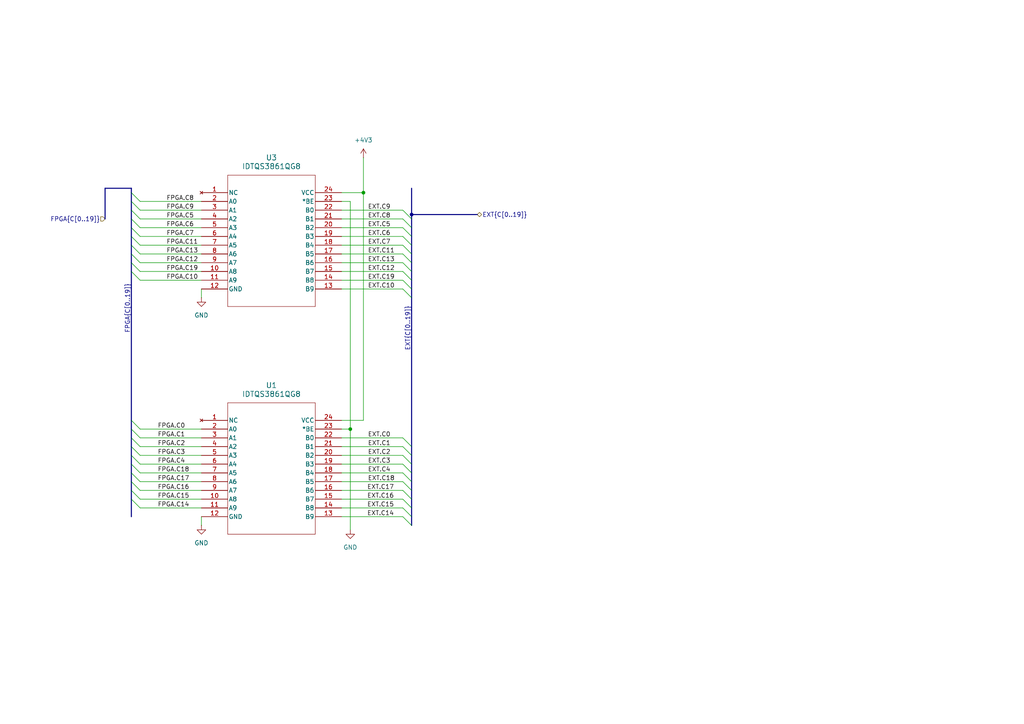
<source format=kicad_sch>
(kicad_sch
	(version 20250114)
	(generator "eeschema")
	(generator_version "9.0")
	(uuid "a165cb03-867d-4874-8a26-ee3c8dab0d11")
	(paper "A4")
	(lib_symbols
		(symbol "power:GND"
			(power)
			(pin_numbers
				(hide yes)
			)
			(pin_names
				(offset 0)
				(hide yes)
			)
			(exclude_from_sim no)
			(in_bom yes)
			(on_board yes)
			(property "Reference" "#PWR"
				(at 0 -6.35 0)
				(effects
					(font
						(size 1.27 1.27)
					)
					(hide yes)
				)
			)
			(property "Value" "GND"
				(at 0 -3.81 0)
				(effects
					(font
						(size 1.27 1.27)
					)
				)
			)
			(property "Footprint" ""
				(at 0 0 0)
				(effects
					(font
						(size 1.27 1.27)
					)
					(hide yes)
				)
			)
			(property "Datasheet" ""
				(at 0 0 0)
				(effects
					(font
						(size 1.27 1.27)
					)
					(hide yes)
				)
			)
			(property "Description" "Power symbol creates a global label with name \"GND\" , ground"
				(at 0 0 0)
				(effects
					(font
						(size 1.27 1.27)
					)
					(hide yes)
				)
			)
			(property "ki_keywords" "global power"
				(at 0 0 0)
				(effects
					(font
						(size 1.27 1.27)
					)
					(hide yes)
				)
			)
			(symbol "GND_0_1"
				(polyline
					(pts
						(xy 0 0) (xy 0 -1.27) (xy 1.27 -1.27) (xy 0 -2.54) (xy -1.27 -1.27) (xy 0 -1.27)
					)
					(stroke
						(width 0)
						(type default)
					)
					(fill
						(type none)
					)
				)
			)
			(symbol "GND_1_1"
				(pin power_in line
					(at 0 0 270)
					(length 0)
					(name "~"
						(effects
							(font
								(size 1.27 1.27)
							)
						)
					)
					(number "1"
						(effects
							(font
								(size 1.27 1.27)
							)
						)
					)
				)
			)
			(embedded_fonts no)
		)
		(symbol "power:VCC"
			(power)
			(pin_numbers
				(hide yes)
			)
			(pin_names
				(offset 0)
				(hide yes)
			)
			(exclude_from_sim no)
			(in_bom yes)
			(on_board yes)
			(property "Reference" "#PWR"
				(at 0 -3.81 0)
				(effects
					(font
						(size 1.27 1.27)
					)
					(hide yes)
				)
			)
			(property "Value" "VCC"
				(at 0 3.556 0)
				(effects
					(font
						(size 1.27 1.27)
					)
				)
			)
			(property "Footprint" ""
				(at 0 0 0)
				(effects
					(font
						(size 1.27 1.27)
					)
					(hide yes)
				)
			)
			(property "Datasheet" ""
				(at 0 0 0)
				(effects
					(font
						(size 1.27 1.27)
					)
					(hide yes)
				)
			)
			(property "Description" "Power symbol creates a global label with name \"VCC\""
				(at 0 0 0)
				(effects
					(font
						(size 1.27 1.27)
					)
					(hide yes)
				)
			)
			(property "ki_keywords" "global power"
				(at 0 0 0)
				(effects
					(font
						(size 1.27 1.27)
					)
					(hide yes)
				)
			)
			(symbol "VCC_0_1"
				(polyline
					(pts
						(xy -0.762 1.27) (xy 0 2.54)
					)
					(stroke
						(width 0)
						(type default)
					)
					(fill
						(type none)
					)
				)
				(polyline
					(pts
						(xy 0 2.54) (xy 0.762 1.27)
					)
					(stroke
						(width 0)
						(type default)
					)
					(fill
						(type none)
					)
				)
				(polyline
					(pts
						(xy 0 0) (xy 0 2.54)
					)
					(stroke
						(width 0)
						(type default)
					)
					(fill
						(type none)
					)
				)
			)
			(symbol "VCC_1_1"
				(pin power_in line
					(at 0 0 90)
					(length 0)
					(name "~"
						(effects
							(font
								(size 1.27 1.27)
							)
						)
					)
					(number "1"
						(effects
							(font
								(size 1.27 1.27)
							)
						)
					)
				)
			)
			(embedded_fonts no)
		)
		(symbol "qs3384:IDTQS3861QG8"
			(pin_names
				(offset 0.254)
			)
			(exclude_from_sim no)
			(in_bom yes)
			(on_board yes)
			(property "Reference" "U"
				(at 20.32 10.16 0)
				(effects
					(font
						(size 1.524 1.524)
					)
				)
			)
			(property "Value" "IDTQS3861QG8"
				(at 20.32 7.62 0)
				(effects
					(font
						(size 1.524 1.524)
					)
				)
			)
			(property "Footprint" "QSOP24_SSOP24_REN"
				(at 0 0 0)
				(effects
					(font
						(size 1.27 1.27)
						(italic yes)
					)
					(hide yes)
				)
			)
			(property "Datasheet" "IDTQS3861QG8"
				(at 0 0 0)
				(effects
					(font
						(size 1.27 1.27)
						(italic yes)
					)
					(hide yes)
				)
			)
			(property "Description" ""
				(at 0 0 0)
				(effects
					(font
						(size 1.27 1.27)
					)
					(hide yes)
				)
			)
			(property "ki_locked" ""
				(at 0 0 0)
				(effects
					(font
						(size 1.27 1.27)
					)
				)
			)
			(property "ki_keywords" "IDTQS3861QG8"
				(at 0 0 0)
				(effects
					(font
						(size 1.27 1.27)
					)
					(hide yes)
				)
			)
			(property "ki_fp_filters" "QSOP24_SSOP24_REN"
				(at 0 0 0)
				(effects
					(font
						(size 1.27 1.27)
					)
					(hide yes)
				)
			)
			(symbol "IDTQS3861QG8_0_1"
				(polyline
					(pts
						(xy 7.62 5.08) (xy 7.62 -33.02)
					)
					(stroke
						(width 0.127)
						(type default)
					)
					(fill
						(type none)
					)
				)
				(polyline
					(pts
						(xy 7.62 -33.02) (xy 33.02 -33.02)
					)
					(stroke
						(width 0.127)
						(type default)
					)
					(fill
						(type none)
					)
				)
				(polyline
					(pts
						(xy 33.02 5.08) (xy 7.62 5.08)
					)
					(stroke
						(width 0.127)
						(type default)
					)
					(fill
						(type none)
					)
				)
				(polyline
					(pts
						(xy 33.02 -33.02) (xy 33.02 5.08)
					)
					(stroke
						(width 0.127)
						(type default)
					)
					(fill
						(type none)
					)
				)
				(pin no_connect line
					(at 0 0 0)
					(length 7.62)
					(name "NC"
						(effects
							(font
								(size 1.27 1.27)
							)
						)
					)
					(number "1"
						(effects
							(font
								(size 1.27 1.27)
							)
						)
					)
				)
				(pin bidirectional line
					(at 0 -2.54 0)
					(length 7.62)
					(name "A0"
						(effects
							(font
								(size 1.27 1.27)
							)
						)
					)
					(number "2"
						(effects
							(font
								(size 1.27 1.27)
							)
						)
					)
				)
				(pin bidirectional line
					(at 0 -5.08 0)
					(length 7.62)
					(name "A1"
						(effects
							(font
								(size 1.27 1.27)
							)
						)
					)
					(number "3"
						(effects
							(font
								(size 1.27 1.27)
							)
						)
					)
				)
				(pin bidirectional line
					(at 0 -7.62 0)
					(length 7.62)
					(name "A2"
						(effects
							(font
								(size 1.27 1.27)
							)
						)
					)
					(number "4"
						(effects
							(font
								(size 1.27 1.27)
							)
						)
					)
				)
				(pin bidirectional line
					(at 0 -10.16 0)
					(length 7.62)
					(name "A3"
						(effects
							(font
								(size 1.27 1.27)
							)
						)
					)
					(number "5"
						(effects
							(font
								(size 1.27 1.27)
							)
						)
					)
				)
				(pin bidirectional line
					(at 0 -12.7 0)
					(length 7.62)
					(name "A4"
						(effects
							(font
								(size 1.27 1.27)
							)
						)
					)
					(number "6"
						(effects
							(font
								(size 1.27 1.27)
							)
						)
					)
				)
				(pin bidirectional line
					(at 0 -15.24 0)
					(length 7.62)
					(name "A5"
						(effects
							(font
								(size 1.27 1.27)
							)
						)
					)
					(number "7"
						(effects
							(font
								(size 1.27 1.27)
							)
						)
					)
				)
				(pin bidirectional line
					(at 0 -17.78 0)
					(length 7.62)
					(name "A6"
						(effects
							(font
								(size 1.27 1.27)
							)
						)
					)
					(number "8"
						(effects
							(font
								(size 1.27 1.27)
							)
						)
					)
				)
				(pin bidirectional line
					(at 0 -20.32 0)
					(length 7.62)
					(name "A7"
						(effects
							(font
								(size 1.27 1.27)
							)
						)
					)
					(number "9"
						(effects
							(font
								(size 1.27 1.27)
							)
						)
					)
				)
				(pin bidirectional line
					(at 0 -22.86 0)
					(length 7.62)
					(name "A8"
						(effects
							(font
								(size 1.27 1.27)
							)
						)
					)
					(number "10"
						(effects
							(font
								(size 1.27 1.27)
							)
						)
					)
				)
				(pin bidirectional line
					(at 0 -25.4 0)
					(length 7.62)
					(name "A9"
						(effects
							(font
								(size 1.27 1.27)
							)
						)
					)
					(number "11"
						(effects
							(font
								(size 1.27 1.27)
							)
						)
					)
				)
				(pin power_out line
					(at 0 -27.94 0)
					(length 7.62)
					(name "GND"
						(effects
							(font
								(size 1.27 1.27)
							)
						)
					)
					(number "12"
						(effects
							(font
								(size 1.27 1.27)
							)
						)
					)
				)
				(pin power_in line
					(at 40.64 0 180)
					(length 7.62)
					(name "VCC"
						(effects
							(font
								(size 1.27 1.27)
							)
						)
					)
					(number "24"
						(effects
							(font
								(size 1.27 1.27)
							)
						)
					)
				)
				(pin unspecified line
					(at 40.64 -2.54 180)
					(length 7.62)
					(name "*BE"
						(effects
							(font
								(size 1.27 1.27)
							)
						)
					)
					(number "23"
						(effects
							(font
								(size 1.27 1.27)
							)
						)
					)
				)
				(pin bidirectional line
					(at 40.64 -5.08 180)
					(length 7.62)
					(name "B0"
						(effects
							(font
								(size 1.27 1.27)
							)
						)
					)
					(number "22"
						(effects
							(font
								(size 1.27 1.27)
							)
						)
					)
				)
				(pin bidirectional line
					(at 40.64 -7.62 180)
					(length 7.62)
					(name "B1"
						(effects
							(font
								(size 1.27 1.27)
							)
						)
					)
					(number "21"
						(effects
							(font
								(size 1.27 1.27)
							)
						)
					)
				)
				(pin bidirectional line
					(at 40.64 -10.16 180)
					(length 7.62)
					(name "B2"
						(effects
							(font
								(size 1.27 1.27)
							)
						)
					)
					(number "20"
						(effects
							(font
								(size 1.27 1.27)
							)
						)
					)
				)
				(pin bidirectional line
					(at 40.64 -12.7 180)
					(length 7.62)
					(name "B3"
						(effects
							(font
								(size 1.27 1.27)
							)
						)
					)
					(number "19"
						(effects
							(font
								(size 1.27 1.27)
							)
						)
					)
				)
				(pin bidirectional line
					(at 40.64 -15.24 180)
					(length 7.62)
					(name "B4"
						(effects
							(font
								(size 1.27 1.27)
							)
						)
					)
					(number "18"
						(effects
							(font
								(size 1.27 1.27)
							)
						)
					)
				)
				(pin bidirectional line
					(at 40.64 -17.78 180)
					(length 7.62)
					(name "B5"
						(effects
							(font
								(size 1.27 1.27)
							)
						)
					)
					(number "17"
						(effects
							(font
								(size 1.27 1.27)
							)
						)
					)
				)
				(pin bidirectional line
					(at 40.64 -20.32 180)
					(length 7.62)
					(name "B6"
						(effects
							(font
								(size 1.27 1.27)
							)
						)
					)
					(number "16"
						(effects
							(font
								(size 1.27 1.27)
							)
						)
					)
				)
				(pin bidirectional line
					(at 40.64 -22.86 180)
					(length 7.62)
					(name "B7"
						(effects
							(font
								(size 1.27 1.27)
							)
						)
					)
					(number "15"
						(effects
							(font
								(size 1.27 1.27)
							)
						)
					)
				)
				(pin bidirectional line
					(at 40.64 -25.4 180)
					(length 7.62)
					(name "B8"
						(effects
							(font
								(size 1.27 1.27)
							)
						)
					)
					(number "14"
						(effects
							(font
								(size 1.27 1.27)
							)
						)
					)
				)
				(pin bidirectional line
					(at 40.64 -27.94 180)
					(length 7.62)
					(name "B9"
						(effects
							(font
								(size 1.27 1.27)
							)
						)
					)
					(number "13"
						(effects
							(font
								(size 1.27 1.27)
							)
						)
					)
				)
			)
			(embedded_fonts no)
		)
	)
	(junction
		(at 105.41 55.88)
		(diameter 0)
		(color 0 0 0 0)
		(uuid "4ce49a04-b627-4a3e-90c6-be6e7efad36e")
	)
	(junction
		(at 119.38 62.23)
		(diameter 0)
		(color 0 0 0 0)
		(uuid "cedac3ae-4d30-4c08-b56b-69f443d4eda1")
	)
	(junction
		(at 101.6 124.46)
		(diameter 0)
		(color 0 0 0 0)
		(uuid "fd5a394e-53db-4278-bf59-bd5ea084cf76")
	)
	(bus_entry
		(at 116.84 68.58)
		(size 2.54 2.54)
		(stroke
			(width 0)
			(type default)
		)
		(uuid "0080b120-b1c6-4285-9dab-c69e703adb55")
	)
	(bus_entry
		(at 116.84 137.16)
		(size 2.54 2.54)
		(stroke
			(width 0)
			(type default)
		)
		(uuid "04829601-a3e0-4d02-affd-934ae62ce191")
	)
	(bus_entry
		(at 38.1 142.24)
		(size 2.54 2.54)
		(stroke
			(width 0)
			(type default)
		)
		(uuid "135c2e46-4351-4387-b928-763661e3d6e8")
	)
	(bus_entry
		(at 116.84 129.54)
		(size 2.54 2.54)
		(stroke
			(width 0)
			(type default)
		)
		(uuid "17037508-c2c8-4a50-9195-3bc1cfed9f6d")
	)
	(bus_entry
		(at 116.84 81.28)
		(size 2.54 2.54)
		(stroke
			(width 0)
			(type default)
		)
		(uuid "18f6ded4-2965-4ca1-bfd7-ec5c060f3ac0")
	)
	(bus_entry
		(at 116.84 147.32)
		(size 2.54 2.54)
		(stroke
			(width 0)
			(type default)
		)
		(uuid "1aad9981-76eb-4d87-b50d-e9e4687ef468")
	)
	(bus_entry
		(at 38.1 132.08)
		(size 2.54 2.54)
		(stroke
			(width 0)
			(type default)
		)
		(uuid "1c4fc736-6883-4a2c-a872-f5fdd7f47963")
	)
	(bus_entry
		(at 116.84 60.96)
		(size 2.54 2.54)
		(stroke
			(width 0)
			(type default)
		)
		(uuid "2638446c-34c3-4527-9de3-82ab3eed3590")
	)
	(bus_entry
		(at 38.1 60.96)
		(size 2.54 2.54)
		(stroke
			(width 0)
			(type default)
		)
		(uuid "2dbefe60-6246-4f0c-9dde-765af026197b")
	)
	(bus_entry
		(at 116.84 78.74)
		(size 2.54 2.54)
		(stroke
			(width 0)
			(type default)
		)
		(uuid "30aa4d6d-0c44-4fde-b502-84451315cc50")
	)
	(bus_entry
		(at 38.1 76.2)
		(size 2.54 2.54)
		(stroke
			(width 0)
			(type default)
		)
		(uuid "34379ccb-fb9d-4fc8-935e-6a43451e732d")
	)
	(bus_entry
		(at 116.84 149.86)
		(size 2.54 2.54)
		(stroke
			(width 0)
			(type default)
		)
		(uuid "40031632-2b26-4b25-8f1c-41f7ac12ee7f")
	)
	(bus_entry
		(at 116.84 73.66)
		(size 2.54 2.54)
		(stroke
			(width 0)
			(type default)
		)
		(uuid "429639ef-f9dd-406b-9290-19c15de29f47")
	)
	(bus_entry
		(at 116.84 71.12)
		(size 2.54 2.54)
		(stroke
			(width 0)
			(type default)
		)
		(uuid "43210ec7-caff-4e81-959a-b5764ac7f81c")
	)
	(bus_entry
		(at 116.84 144.78)
		(size 2.54 2.54)
		(stroke
			(width 0)
			(type default)
		)
		(uuid "48cb67a3-77cd-48d2-bee2-fc4122be1ba3")
	)
	(bus_entry
		(at 116.84 66.04)
		(size 2.54 2.54)
		(stroke
			(width 0)
			(type default)
		)
		(uuid "4e5d6963-388d-4e2b-83bd-8a7dbd2c26eb")
	)
	(bus_entry
		(at 38.1 73.66)
		(size 2.54 2.54)
		(stroke
			(width 0)
			(type default)
		)
		(uuid "4f1594aa-ac06-4d53-b82b-bbab5a87bd27")
	)
	(bus_entry
		(at 38.1 137.16)
		(size 2.54 2.54)
		(stroke
			(width 0)
			(type default)
		)
		(uuid "57a8b802-eaee-4448-b754-42067ae70f2f")
	)
	(bus_entry
		(at 116.84 63.5)
		(size 2.54 2.54)
		(stroke
			(width 0)
			(type default)
		)
		(uuid "589c87ac-3de8-45c3-8926-b9a32fdc0c16")
	)
	(bus_entry
		(at 38.1 134.62)
		(size 2.54 2.54)
		(stroke
			(width 0)
			(type default)
		)
		(uuid "62426122-b2b5-48b8-b46f-a90ed5f6c907")
	)
	(bus_entry
		(at 116.84 142.24)
		(size 2.54 2.54)
		(stroke
			(width 0)
			(type default)
		)
		(uuid "69724173-0495-4808-b078-081f8578c170")
	)
	(bus_entry
		(at 38.1 55.88)
		(size 2.54 2.54)
		(stroke
			(width 0)
			(type default)
		)
		(uuid "7838663a-47bb-423a-b833-123342e2fbd6")
	)
	(bus_entry
		(at 116.84 139.7)
		(size 2.54 2.54)
		(stroke
			(width 0)
			(type default)
		)
		(uuid "7edfe9ce-71f7-4245-aaac-a360b6e674ff")
	)
	(bus_entry
		(at 38.1 144.78)
		(size 2.54 2.54)
		(stroke
			(width 0)
			(type default)
		)
		(uuid "863f88c4-c9ee-4813-afbc-1813d91de240")
	)
	(bus_entry
		(at 38.1 71.12)
		(size 2.54 2.54)
		(stroke
			(width 0)
			(type default)
		)
		(uuid "88c7330e-d0df-4ef0-8d61-3b2940e0cdee")
	)
	(bus_entry
		(at 116.84 134.62)
		(size 2.54 2.54)
		(stroke
			(width 0)
			(type default)
		)
		(uuid "8dc1ed6e-b3b2-40bd-8afc-a18e4dce6d5a")
	)
	(bus_entry
		(at 38.1 129.54)
		(size 2.54 2.54)
		(stroke
			(width 0)
			(type default)
		)
		(uuid "945d2b00-41c1-4115-a98e-e2f1fd05d98c")
	)
	(bus_entry
		(at 116.84 83.82)
		(size 2.54 2.54)
		(stroke
			(width 0)
			(type default)
		)
		(uuid "95ad27f3-544d-465e-9432-8c5e7fd7408d")
	)
	(bus_entry
		(at 38.1 78.74)
		(size 2.54 2.54)
		(stroke
			(width 0)
			(type default)
		)
		(uuid "95d2d519-076e-4e7f-8864-0f9903a71e99")
	)
	(bus_entry
		(at 38.1 58.42)
		(size 2.54 2.54)
		(stroke
			(width 0)
			(type default)
		)
		(uuid "a1f0c898-a1a1-44ff-8cd8-23b3ffd3e422")
	)
	(bus_entry
		(at 38.1 68.58)
		(size 2.54 2.54)
		(stroke
			(width 0)
			(type default)
		)
		(uuid "abde2c60-ffbb-495a-8c76-123f35533427")
	)
	(bus_entry
		(at 38.1 66.04)
		(size 2.54 2.54)
		(stroke
			(width 0)
			(type default)
		)
		(uuid "ac61586b-674b-4509-9364-103802b75614")
	)
	(bus_entry
		(at 38.1 127)
		(size 2.54 2.54)
		(stroke
			(width 0)
			(type default)
		)
		(uuid "b132454d-d843-45bf-92cf-506ae4b8f2c8")
	)
	(bus_entry
		(at 116.84 76.2)
		(size 2.54 2.54)
		(stroke
			(width 0)
			(type default)
		)
		(uuid "b8e7e8be-78d5-44ad-bc29-2b80343545c6")
	)
	(bus_entry
		(at 116.84 127)
		(size 2.54 2.54)
		(stroke
			(width 0)
			(type default)
		)
		(uuid "b9914376-6578-4878-bf98-1652099527b7")
	)
	(bus_entry
		(at 38.1 139.7)
		(size 2.54 2.54)
		(stroke
			(width 0)
			(type default)
		)
		(uuid "bd7cede9-3535-4b8d-820b-b6dbbd3d5c78")
	)
	(bus_entry
		(at 38.1 63.5)
		(size 2.54 2.54)
		(stroke
			(width 0)
			(type default)
		)
		(uuid "cb8d9f7b-4ecf-4410-a313-07a1c56ca467")
	)
	(bus_entry
		(at 38.1 124.46)
		(size 2.54 2.54)
		(stroke
			(width 0)
			(type default)
		)
		(uuid "d1a49df1-530e-4809-8640-d85e0a097679")
	)
	(bus_entry
		(at 38.1 121.92)
		(size 2.54 2.54)
		(stroke
			(width 0)
			(type default)
		)
		(uuid "df41748d-cd0a-434f-bd35-ddff184ab262")
	)
	(bus_entry
		(at 116.84 132.08)
		(size 2.54 2.54)
		(stroke
			(width 0)
			(type default)
		)
		(uuid "f342901f-3c6f-47b6-a800-b38ee147f4b2")
	)
	(wire
		(pts
			(xy 99.06 142.24) (xy 116.84 142.24)
		)
		(stroke
			(width 0)
			(type default)
		)
		(uuid "0001c83c-de47-4939-91dc-cd5e4ab15bd1")
	)
	(bus
		(pts
			(xy 119.38 63.5) (xy 119.38 66.04)
		)
		(stroke
			(width 0)
			(type default)
		)
		(uuid "0115aa1b-04e2-4d17-b0ce-f27476f2ce89")
	)
	(bus
		(pts
			(xy 119.38 81.28) (xy 119.38 83.82)
		)
		(stroke
			(width 0)
			(type default)
		)
		(uuid "05610878-044e-49b8-a768-62c273413e8b")
	)
	(bus
		(pts
			(xy 119.38 132.08) (xy 119.38 134.62)
		)
		(stroke
			(width 0)
			(type default)
		)
		(uuid "07c8874d-7006-40db-9c0c-acdddac5863a")
	)
	(bus
		(pts
			(xy 38.1 54.61) (xy 38.1 55.88)
		)
		(stroke
			(width 0)
			(type default)
		)
		(uuid "0a2c0d45-448c-487f-80d8-fd4005c45a8f")
	)
	(bus
		(pts
			(xy 119.38 76.2) (xy 119.38 78.74)
		)
		(stroke
			(width 0)
			(type default)
		)
		(uuid "0b8d6f78-943c-4db2-a648-21a0ece39a69")
	)
	(wire
		(pts
			(xy 40.64 71.12) (xy 58.42 71.12)
		)
		(stroke
			(width 0)
			(type default)
		)
		(uuid "0d00804e-921f-43fa-ac12-e220d755e4c0")
	)
	(wire
		(pts
			(xy 99.06 121.92) (xy 105.41 121.92)
		)
		(stroke
			(width 0)
			(type default)
		)
		(uuid "0dbf8bc4-184a-4c21-9789-838cd2926b3f")
	)
	(bus
		(pts
			(xy 38.1 58.42) (xy 38.1 60.96)
		)
		(stroke
			(width 0)
			(type default)
		)
		(uuid "0f6d55a8-4710-4fb8-b071-a6ac715ff6da")
	)
	(bus
		(pts
			(xy 119.38 147.32) (xy 119.38 149.86)
		)
		(stroke
			(width 0)
			(type default)
		)
		(uuid "0fbaf815-fa05-483f-8987-74f32b8d81b2")
	)
	(bus
		(pts
			(xy 38.1 129.54) (xy 38.1 132.08)
		)
		(stroke
			(width 0)
			(type default)
		)
		(uuid "11bef8e3-0622-4763-b85c-30d8cf021ef2")
	)
	(wire
		(pts
			(xy 40.64 139.7) (xy 58.42 139.7)
		)
		(stroke
			(width 0)
			(type default)
		)
		(uuid "1463ca05-ecdb-4497-bf30-cbee1450f2bb")
	)
	(wire
		(pts
			(xy 40.64 58.42) (xy 58.42 58.42)
		)
		(stroke
			(width 0)
			(type default)
		)
		(uuid "15709d02-14c2-4c5d-a7c2-a5a73b617bda")
	)
	(wire
		(pts
			(xy 105.41 121.92) (xy 105.41 55.88)
		)
		(stroke
			(width 0)
			(type default)
		)
		(uuid "163ad935-0735-4b99-9c8c-e2cfad1ab838")
	)
	(wire
		(pts
			(xy 99.06 124.46) (xy 101.6 124.46)
		)
		(stroke
			(width 0)
			(type default)
		)
		(uuid "1646398b-b6bc-4941-b66c-86d77205509a")
	)
	(bus
		(pts
			(xy 38.1 124.46) (xy 38.1 127)
		)
		(stroke
			(width 0)
			(type default)
		)
		(uuid "17420a2f-2efc-4431-8753-a0e86f399e57")
	)
	(bus
		(pts
			(xy 119.38 142.24) (xy 119.38 144.78)
		)
		(stroke
			(width 0)
			(type default)
		)
		(uuid "1c5df980-44b5-4079-843d-1cef6cdaef0d")
	)
	(wire
		(pts
			(xy 40.64 81.28) (xy 58.42 81.28)
		)
		(stroke
			(width 0)
			(type default)
		)
		(uuid "1c6caf62-e787-4a56-9277-bd081cd175fb")
	)
	(wire
		(pts
			(xy 105.41 55.88) (xy 99.06 55.88)
		)
		(stroke
			(width 0)
			(type default)
		)
		(uuid "1cb1d1d0-5558-4e12-b957-4f5cc2dd9ddd")
	)
	(wire
		(pts
			(xy 40.64 76.2) (xy 58.42 76.2)
		)
		(stroke
			(width 0)
			(type default)
		)
		(uuid "1d4cf0a7-6af4-4c82-858a-269e324ae37f")
	)
	(wire
		(pts
			(xy 99.06 127) (xy 116.84 127)
		)
		(stroke
			(width 0)
			(type default)
		)
		(uuid "1f5fc52e-a3f8-4eff-a6fb-5bd0721950a5")
	)
	(bus
		(pts
			(xy 119.38 137.16) (xy 119.38 139.7)
		)
		(stroke
			(width 0)
			(type default)
		)
		(uuid "2132c44d-4f1c-4515-bcd5-ae532d0e6a98")
	)
	(bus
		(pts
			(xy 38.1 68.58) (xy 38.1 71.12)
		)
		(stroke
			(width 0)
			(type default)
		)
		(uuid "2151eb38-d922-456b-9eeb-7511f1fdd780")
	)
	(wire
		(pts
			(xy 99.06 71.12) (xy 116.84 71.12)
		)
		(stroke
			(width 0)
			(type default)
		)
		(uuid "236a0d81-2d54-43da-9f89-62c52ab54cb5")
	)
	(bus
		(pts
			(xy 119.38 129.54) (xy 119.38 132.08)
		)
		(stroke
			(width 0)
			(type default)
		)
		(uuid "2998c6f0-2d9b-4fe1-93bc-38c140728b1d")
	)
	(bus
		(pts
			(xy 119.38 68.58) (xy 119.38 71.12)
		)
		(stroke
			(width 0)
			(type default)
		)
		(uuid "2a8693e2-5989-4add-8284-059920589bae")
	)
	(wire
		(pts
			(xy 40.64 68.58) (xy 58.42 68.58)
		)
		(stroke
			(width 0)
			(type default)
		)
		(uuid "30a7d02a-b19f-4a0d-b230-343764510545")
	)
	(bus
		(pts
			(xy 38.1 139.7) (xy 38.1 142.24)
		)
		(stroke
			(width 0)
			(type default)
		)
		(uuid "37d150d5-6f4e-4f80-a96c-25e8a47fdece")
	)
	(wire
		(pts
			(xy 40.64 142.24) (xy 58.42 142.24)
		)
		(stroke
			(width 0)
			(type default)
		)
		(uuid "3a5410ef-993c-4850-bc67-d11b5f3c99b5")
	)
	(wire
		(pts
			(xy 99.06 60.96) (xy 116.84 60.96)
		)
		(stroke
			(width 0)
			(type default)
		)
		(uuid "3aa7e2c0-09d7-4e99-80b9-19e240a7e20d")
	)
	(wire
		(pts
			(xy 99.06 68.58) (xy 116.84 68.58)
		)
		(stroke
			(width 0)
			(type default)
		)
		(uuid "3b17b2cd-e6a5-4cde-aabc-26c16264dc05")
	)
	(wire
		(pts
			(xy 99.06 139.7) (xy 116.84 139.7)
		)
		(stroke
			(width 0)
			(type default)
		)
		(uuid "3d495c34-ad27-446a-a9f1-6c709a06764f")
	)
	(bus
		(pts
			(xy 119.38 73.66) (xy 119.38 76.2)
		)
		(stroke
			(width 0)
			(type default)
		)
		(uuid "41c4f6a8-9f66-4912-8e67-c734e0f6c010")
	)
	(wire
		(pts
			(xy 99.06 78.74) (xy 116.84 78.74)
		)
		(stroke
			(width 0)
			(type default)
		)
		(uuid "4326a859-4803-41c2-8d31-1cdc4ccc915c")
	)
	(wire
		(pts
			(xy 99.06 134.62) (xy 116.84 134.62)
		)
		(stroke
			(width 0)
			(type default)
		)
		(uuid "49de6326-65db-4d89-a506-04b5b37d051e")
	)
	(wire
		(pts
			(xy 99.06 58.42) (xy 101.6 58.42)
		)
		(stroke
			(width 0)
			(type default)
		)
		(uuid "503fa818-b5b8-4933-b06e-ef4acef40f67")
	)
	(bus
		(pts
			(xy 119.38 71.12) (xy 119.38 73.66)
		)
		(stroke
			(width 0)
			(type default)
		)
		(uuid "53623328-4743-4888-9643-b8e97b7e4422")
	)
	(bus
		(pts
			(xy 119.38 144.78) (xy 119.38 147.32)
		)
		(stroke
			(width 0)
			(type default)
		)
		(uuid "582573a6-26fb-45cb-bdb8-99eeb5458a50")
	)
	(wire
		(pts
			(xy 40.64 144.78) (xy 58.42 144.78)
		)
		(stroke
			(width 0)
			(type default)
		)
		(uuid "58438e81-af88-4593-b0e0-0862db2c2a7a")
	)
	(wire
		(pts
			(xy 58.42 149.86) (xy 58.42 152.4)
		)
		(stroke
			(width 0)
			(type default)
		)
		(uuid "5854f3e8-63b4-4178-aadb-0639e79d8e7c")
	)
	(bus
		(pts
			(xy 119.38 83.82) (xy 119.38 86.36)
		)
		(stroke
			(width 0)
			(type default)
		)
		(uuid "5b97e3b2-51ac-4029-93c9-d0979cf95c8b")
	)
	(bus
		(pts
			(xy 119.38 54.61) (xy 119.38 62.23)
		)
		(stroke
			(width 0)
			(type default)
		)
		(uuid "5d573f35-5b1b-46e8-ae2b-661dda033386")
	)
	(wire
		(pts
			(xy 40.64 60.96) (xy 58.42 60.96)
		)
		(stroke
			(width 0)
			(type default)
		)
		(uuid "5f132e62-2430-4161-836f-e51321c3cde8")
	)
	(wire
		(pts
			(xy 58.42 83.82) (xy 58.42 86.36)
		)
		(stroke
			(width 0)
			(type default)
		)
		(uuid "6125be64-3b76-4e3f-a922-e56cf094e4a1")
	)
	(bus
		(pts
			(xy 38.1 132.08) (xy 38.1 134.62)
		)
		(stroke
			(width 0)
			(type default)
		)
		(uuid "61a7753b-ae4e-4d71-994d-b630dc2523bc")
	)
	(wire
		(pts
			(xy 40.64 132.08) (xy 58.42 132.08)
		)
		(stroke
			(width 0)
			(type default)
		)
		(uuid "633591bd-621e-4b47-ab50-752ab23dec0a")
	)
	(bus
		(pts
			(xy 119.38 78.74) (xy 119.38 81.28)
		)
		(stroke
			(width 0)
			(type default)
		)
		(uuid "6367b4ae-9781-41e9-83ea-58cd43a6fbe4")
	)
	(wire
		(pts
			(xy 99.06 76.2) (xy 116.84 76.2)
		)
		(stroke
			(width 0)
			(type default)
		)
		(uuid "68ae749c-f63d-4d7b-a487-937585da7561")
	)
	(wire
		(pts
			(xy 99.06 66.04) (xy 116.84 66.04)
		)
		(stroke
			(width 0)
			(type default)
		)
		(uuid "6df68138-8c22-4f2f-bdaa-f36f031c9f82")
	)
	(wire
		(pts
			(xy 40.64 78.74) (xy 58.42 78.74)
		)
		(stroke
			(width 0)
			(type default)
		)
		(uuid "701cef87-0537-4926-89b7-620a1d094fa1")
	)
	(wire
		(pts
			(xy 101.6 58.42) (xy 101.6 124.46)
		)
		(stroke
			(width 0)
			(type default)
		)
		(uuid "7aaef153-d535-41e0-bbcf-81e16bafd9ed")
	)
	(bus
		(pts
			(xy 38.1 60.96) (xy 38.1 63.5)
		)
		(stroke
			(width 0)
			(type default)
		)
		(uuid "7ab7d23c-a4bd-4518-abf1-3e8499f7fdb8")
	)
	(bus
		(pts
			(xy 38.1 71.12) (xy 38.1 73.66)
		)
		(stroke
			(width 0)
			(type default)
		)
		(uuid "7d2c5538-14b3-45ed-9ef4-7bf0739f020f")
	)
	(wire
		(pts
			(xy 40.64 137.16) (xy 58.42 137.16)
		)
		(stroke
			(width 0)
			(type default)
		)
		(uuid "7e406fa2-c21b-4b5b-b1e3-c2ec219d2e17")
	)
	(bus
		(pts
			(xy 38.1 55.88) (xy 38.1 58.42)
		)
		(stroke
			(width 0)
			(type default)
		)
		(uuid "83de1f2e-bdc0-4a7e-ab6b-4a98f3e61892")
	)
	(bus
		(pts
			(xy 38.1 78.74) (xy 38.1 121.92)
		)
		(stroke
			(width 0)
			(type default)
		)
		(uuid "840a16c7-0d46-47aa-8ba5-db5944e17769")
	)
	(bus
		(pts
			(xy 30.48 54.61) (xy 38.1 54.61)
		)
		(stroke
			(width 0)
			(type default)
		)
		(uuid "881c369d-77b8-4f17-acd8-9128f58c3243")
	)
	(wire
		(pts
			(xy 99.06 144.78) (xy 116.84 144.78)
		)
		(stroke
			(width 0)
			(type default)
		)
		(uuid "8a46cb11-d79b-420d-b555-f7079feb088b")
	)
	(bus
		(pts
			(xy 38.1 142.24) (xy 38.1 144.78)
		)
		(stroke
			(width 0)
			(type default)
		)
		(uuid "8c89be50-cb03-41cd-8942-3eb9d957f916")
	)
	(bus
		(pts
			(xy 38.1 76.2) (xy 38.1 78.74)
		)
		(stroke
			(width 0)
			(type default)
		)
		(uuid "8d0890a5-b110-4496-96ae-0d08b56b7a1d")
	)
	(wire
		(pts
			(xy 99.06 147.32) (xy 116.84 147.32)
		)
		(stroke
			(width 0)
			(type default)
		)
		(uuid "8dfc7313-9c75-446c-858c-a0cfc805948b")
	)
	(bus
		(pts
			(xy 38.1 127) (xy 38.1 129.54)
		)
		(stroke
			(width 0)
			(type default)
		)
		(uuid "92e35838-2168-41a5-9ca9-9f620341ea19")
	)
	(wire
		(pts
			(xy 101.6 124.46) (xy 101.6 153.67)
		)
		(stroke
			(width 0)
			(type default)
		)
		(uuid "99b002e3-e67c-4014-997c-4f2c7520ad52")
	)
	(wire
		(pts
			(xy 99.06 129.54) (xy 116.84 129.54)
		)
		(stroke
			(width 0)
			(type default)
		)
		(uuid "9ae64cf7-7ec9-4fcd-8743-c81a7040b491")
	)
	(wire
		(pts
			(xy 40.64 124.46) (xy 58.42 124.46)
		)
		(stroke
			(width 0)
			(type default)
		)
		(uuid "9bfcbe62-9ea2-4905-b0f5-bb2ae2b85de5")
	)
	(wire
		(pts
			(xy 99.06 132.08) (xy 116.84 132.08)
		)
		(stroke
			(width 0)
			(type default)
		)
		(uuid "9eb6a8f2-e904-40f9-9016-b352e989e270")
	)
	(wire
		(pts
			(xy 40.64 127) (xy 58.42 127)
		)
		(stroke
			(width 0)
			(type default)
		)
		(uuid "9f1be7bd-27f5-4202-9762-709a6d02b94f")
	)
	(bus
		(pts
			(xy 38.1 134.62) (xy 38.1 137.16)
		)
		(stroke
			(width 0)
			(type default)
		)
		(uuid "a0340e41-baf6-48ca-8935-71ffc82793a3")
	)
	(wire
		(pts
			(xy 99.06 73.66) (xy 116.84 73.66)
		)
		(stroke
			(width 0)
			(type default)
		)
		(uuid "a0f045d6-3afa-47cd-98df-de260f81eed1")
	)
	(wire
		(pts
			(xy 105.41 45.72) (xy 105.41 55.88)
		)
		(stroke
			(width 0)
			(type default)
		)
		(uuid "a70f768c-39d8-4c19-b7a4-4dc120b97520")
	)
	(bus
		(pts
			(xy 119.38 62.23) (xy 119.38 63.5)
		)
		(stroke
			(width 0)
			(type default)
		)
		(uuid "abfdfb1b-3648-4bb8-ba1b-e37335bf44f1")
	)
	(wire
		(pts
			(xy 40.64 73.66) (xy 58.42 73.66)
		)
		(stroke
			(width 0)
			(type default)
		)
		(uuid "b27bc582-19d8-4ba1-b417-702bcd5473f9")
	)
	(bus
		(pts
			(xy 119.38 66.04) (xy 119.38 68.58)
		)
		(stroke
			(width 0)
			(type default)
		)
		(uuid "b7d8c110-a631-4aa7-8591-f1d465ba7582")
	)
	(wire
		(pts
			(xy 40.64 134.62) (xy 58.42 134.62)
		)
		(stroke
			(width 0)
			(type default)
		)
		(uuid "b9668e03-abb4-4319-83cf-d60860bbd288")
	)
	(bus
		(pts
			(xy 38.1 137.16) (xy 38.1 139.7)
		)
		(stroke
			(width 0)
			(type default)
		)
		(uuid "ba7ceaa5-66eb-46c6-888f-f7d491f8bfdc")
	)
	(wire
		(pts
			(xy 99.06 83.82) (xy 116.84 83.82)
		)
		(stroke
			(width 0)
			(type default)
		)
		(uuid "c3bd2149-b34b-4218-8023-8711fb8aa528")
	)
	(bus
		(pts
			(xy 119.38 62.23) (xy 138.43 62.23)
		)
		(stroke
			(width 0)
			(type default)
		)
		(uuid "c5e97308-7158-4dd5-938e-226842110644")
	)
	(bus
		(pts
			(xy 119.38 134.62) (xy 119.38 137.16)
		)
		(stroke
			(width 0)
			(type default)
		)
		(uuid "d05bebee-d984-43d4-b8b3-1ed2f7742a3f")
	)
	(bus
		(pts
			(xy 38.1 144.78) (xy 38.1 149.86)
		)
		(stroke
			(width 0)
			(type default)
		)
		(uuid "d43cdeea-053e-4e1f-ad68-c0e4aa231dd7")
	)
	(bus
		(pts
			(xy 38.1 66.04) (xy 38.1 68.58)
		)
		(stroke
			(width 0)
			(type default)
		)
		(uuid "da633e9b-5174-4e06-8785-df6b2d991569")
	)
	(wire
		(pts
			(xy 40.64 63.5) (xy 58.42 63.5)
		)
		(stroke
			(width 0)
			(type default)
		)
		(uuid "daaf43da-fc77-480c-9a10-22ec15e1e48b")
	)
	(wire
		(pts
			(xy 99.06 137.16) (xy 116.84 137.16)
		)
		(stroke
			(width 0)
			(type default)
		)
		(uuid "dd774257-6ca6-4def-90c7-7e5137c365d2")
	)
	(bus
		(pts
			(xy 38.1 73.66) (xy 38.1 76.2)
		)
		(stroke
			(width 0)
			(type default)
		)
		(uuid "dd777ef4-c5f4-4c6e-93f6-03bb2b3903a3")
	)
	(wire
		(pts
			(xy 40.64 147.32) (xy 58.42 147.32)
		)
		(stroke
			(width 0)
			(type default)
		)
		(uuid "e45a21be-a701-44aa-866f-bacd8f8295e9")
	)
	(bus
		(pts
			(xy 38.1 63.5) (xy 38.1 66.04)
		)
		(stroke
			(width 0)
			(type default)
		)
		(uuid "e5dd2e1f-2a6d-47b0-ae14-04ef8599fc60")
	)
	(bus
		(pts
			(xy 119.38 149.86) (xy 119.38 152.4)
		)
		(stroke
			(width 0)
			(type default)
		)
		(uuid "e7f8f87b-0439-4aac-8c58-cdf2b3b6f45f")
	)
	(wire
		(pts
			(xy 99.06 149.86) (xy 116.84 149.86)
		)
		(stroke
			(width 0)
			(type default)
		)
		(uuid "ebe35c8c-02fd-401e-b8f8-e58bc3aa3395")
	)
	(bus
		(pts
			(xy 38.1 121.92) (xy 38.1 124.46)
		)
		(stroke
			(width 0)
			(type default)
		)
		(uuid "edee13ad-1a50-4366-8a3d-261dce7120a7")
	)
	(bus
		(pts
			(xy 119.38 139.7) (xy 119.38 142.24)
		)
		(stroke
			(width 0)
			(type default)
		)
		(uuid "f0538dc1-0210-409f-a4d0-2173087f932d")
	)
	(bus
		(pts
			(xy 30.48 63.5) (xy 30.48 54.61)
		)
		(stroke
			(width 0)
			(type default)
		)
		(uuid "f0ed3da4-424f-41f3-8c69-0d9bb437bb79")
	)
	(wire
		(pts
			(xy 99.06 63.5) (xy 116.84 63.5)
		)
		(stroke
			(width 0)
			(type default)
		)
		(uuid "f1741b8d-4fd6-4056-9350-98f8e00d37b7")
	)
	(bus
		(pts
			(xy 119.38 86.36) (xy 119.38 129.54)
		)
		(stroke
			(width 0)
			(type default)
		)
		(uuid "f84e65af-f55c-4bf1-be6f-ac32917cdf45")
	)
	(wire
		(pts
			(xy 40.64 129.54) (xy 58.42 129.54)
		)
		(stroke
			(width 0)
			(type default)
		)
		(uuid "fc87334a-db54-42ab-a9cc-18da79b900ec")
	)
	(wire
		(pts
			(xy 99.06 81.28) (xy 116.84 81.28)
		)
		(stroke
			(width 0)
			(type default)
		)
		(uuid "fcf6eaf9-6ed3-4bdd-8a84-02a18b3a1455")
	)
	(wire
		(pts
			(xy 40.64 66.04) (xy 58.42 66.04)
		)
		(stroke
			(width 0)
			(type default)
		)
		(uuid "fde4b5b2-c5cd-424b-856f-4e569ab7a894")
	)
	(label "FPGA.C1"
		(at 45.72 127 0)
		(effects
			(font
				(size 1.27 1.27)
			)
			(justify left bottom)
		)
		(uuid "02bf6f9d-4804-4ffe-b7f3-c29400f9cc7f")
	)
	(label "FPGA.C4"
		(at 45.72 134.62 0)
		(effects
			(font
				(size 1.27 1.27)
			)
			(justify left bottom)
		)
		(uuid "03e6e848-fcd1-4283-8c18-daa8b3fb7a70")
	)
	(label "FPGA.C10"
		(at 48.26 81.28 0)
		(effects
			(font
				(size 1.27 1.27)
			)
			(justify left bottom)
		)
		(uuid "04b33eab-3fc7-4b90-8189-3aadf4c5b560")
	)
	(label "EXT.C17"
		(at 114.3 142.24 180)
		(effects
			(font
				(size 1.27 1.27)
			)
			(justify right bottom)
		)
		(uuid "0d90ec9f-9954-4798-8890-cf099e530095")
	)
	(label "EXT.C16"
		(at 114.3 144.78 180)
		(effects
			(font
				(size 1.27 1.27)
			)
			(justify right bottom)
		)
		(uuid "133ee787-a74e-45cf-bf15-b8dcc41a56f1")
	)
	(label "EXT.C7"
		(at 106.68 71.12 0)
		(effects
			(font
				(size 1.27 1.27)
			)
			(justify left bottom)
		)
		(uuid "1be2eafd-a90e-4209-921e-970a1591e208")
	)
	(label "EXT{C[0..19]}"
		(at 119.38 101.6 90)
		(effects
			(font
				(size 1.27 1.27)
			)
			(justify left bottom)
		)
		(uuid "1d8ac799-6cee-4be5-8bbb-feeb95d26342")
	)
	(label "EXT.C8"
		(at 106.68 63.5 0)
		(effects
			(font
				(size 1.27 1.27)
			)
			(justify left bottom)
		)
		(uuid "23508144-aa2b-4111-a924-cc5e6acedccf")
	)
	(label "FPGA.C5"
		(at 48.26 63.5 0)
		(effects
			(font
				(size 1.27 1.27)
			)
			(justify left bottom)
		)
		(uuid "33aecf0b-f816-416d-91c9-0b38196a6d41")
	)
	(label "FPGA.C13"
		(at 48.26 73.66 0)
		(effects
			(font
				(size 1.27 1.27)
			)
			(justify left bottom)
		)
		(uuid "37678dd8-e1bc-4632-8ef4-8c8702a60b4c")
	)
	(label "FPGA.C11"
		(at 48.26 71.12 0)
		(effects
			(font
				(size 1.27 1.27)
			)
			(justify left bottom)
		)
		(uuid "43d2026d-8a46-44d3-bde1-13f3aa1fb310")
	)
	(label "EXT.C3"
		(at 106.68 134.62 0)
		(effects
			(font
				(size 1.27 1.27)
			)
			(justify left bottom)
		)
		(uuid "45540db4-9d46-4577-a7e2-c10fe8d37146")
	)
	(label "FPGA.C17"
		(at 45.72 139.7 0)
		(effects
			(font
				(size 1.27 1.27)
			)
			(justify left bottom)
		)
		(uuid "4837254b-ba2e-4838-ba4c-b4e60bf3a6c9")
	)
	(label "FPGA.C15"
		(at 45.72 144.78 0)
		(effects
			(font
				(size 1.27 1.27)
			)
			(justify left bottom)
		)
		(uuid "5a45fbe3-b8b8-4210-91bb-1ef9ac31c370")
	)
	(label "FPGA.C8"
		(at 48.26 58.42 0)
		(effects
			(font
				(size 1.27 1.27)
			)
			(justify left bottom)
		)
		(uuid "5cf89cf6-93c0-42d4-925e-c93c486e0b54")
	)
	(label "EXT.C14"
		(at 114.3 149.86 180)
		(effects
			(font
				(size 1.27 1.27)
			)
			(justify right bottom)
		)
		(uuid "63f1913a-be14-4b42-a1cf-c20400c76c11")
	)
	(label "EXT.C6"
		(at 106.68 68.58 0)
		(effects
			(font
				(size 1.27 1.27)
			)
			(justify left bottom)
		)
		(uuid "6d2a10e2-865a-46b7-8762-e38eaef04f89")
	)
	(label "EXT.C11"
		(at 106.68 73.66 0)
		(effects
			(font
				(size 1.27 1.27)
			)
			(justify left bottom)
		)
		(uuid "7093eea2-5dec-468b-898a-2b7764716fd7")
	)
	(label "FPGA.C0"
		(at 45.72 124.46 0)
		(effects
			(font
				(size 1.27 1.27)
			)
			(justify left bottom)
		)
		(uuid "74c9f05e-830d-4949-8606-1cc1491a2290")
	)
	(label "FPGA.C18"
		(at 45.72 137.16 0)
		(effects
			(font
				(size 1.27 1.27)
			)
			(justify left bottom)
		)
		(uuid "7581f035-8851-49c5-acde-ce8f21cb2661")
	)
	(label "EXT.C13"
		(at 106.68 76.2 0)
		(effects
			(font
				(size 1.27 1.27)
			)
			(justify left bottom)
		)
		(uuid "7cc2f4d8-9a65-4c92-a304-cfb086e74853")
	)
	(label "EXT.C5"
		(at 106.68 66.04 0)
		(effects
			(font
				(size 1.27 1.27)
			)
			(justify left bottom)
		)
		(uuid "8dfccd14-26be-471e-9bf9-2a1f3509a00f")
	)
	(label "EXT.C1"
		(at 106.68 129.54 0)
		(effects
			(font
				(size 1.27 1.27)
			)
			(justify left bottom)
		)
		(uuid "9089ace4-7139-4741-bb0f-4506c9084de6")
	)
	(label "FPGA.C16"
		(at 45.72 142.24 0)
		(effects
			(font
				(size 1.27 1.27)
			)
			(justify left bottom)
		)
		(uuid "93c5ce07-ff3c-40ae-9a7f-56e98ed5d606")
	)
	(label "FPGA.C9"
		(at 48.26 60.96 0)
		(effects
			(font
				(size 1.27 1.27)
			)
			(justify left bottom)
		)
		(uuid "9a718eba-647d-4f77-893e-fbac5a3083fe")
	)
	(label "FPGA.C19"
		(at 48.26 78.74 0)
		(effects
			(font
				(size 1.27 1.27)
			)
			(justify left bottom)
		)
		(uuid "9c7c9601-2538-4d5f-9129-dd440f808924")
	)
	(label "EXT.C19"
		(at 106.68 81.28 0)
		(effects
			(font
				(size 1.27 1.27)
			)
			(justify left bottom)
		)
		(uuid "a4a7376b-67dc-47d7-afc0-343dd3b693ee")
	)
	(label "FPGA.C7"
		(at 48.26 68.58 0)
		(effects
			(font
				(size 1.27 1.27)
			)
			(justify left bottom)
		)
		(uuid "a53b568b-8107-4ce3-b497-942dd71669b8")
	)
	(label "EXT.C9"
		(at 106.68 60.96 0)
		(effects
			(font
				(size 1.27 1.27)
			)
			(justify left bottom)
		)
		(uuid "a7b70749-650f-4ea7-855e-0626c6b5edbc")
	)
	(label "EXT.C2"
		(at 106.68 132.08 0)
		(effects
			(font
				(size 1.27 1.27)
			)
			(justify left bottom)
		)
		(uuid "ac1910da-70de-46c7-bb57-c0658f9d60ce")
	)
	(label "FPGA.C14"
		(at 45.72 147.32 0)
		(effects
			(font
				(size 1.27 1.27)
			)
			(justify left bottom)
		)
		(uuid "b34cbddb-577f-4105-8a46-e5aaaccd4a77")
	)
	(label "EXT.C18"
		(at 106.68 139.7 0)
		(effects
			(font
				(size 1.27 1.27)
			)
			(justify left bottom)
		)
		(uuid "bdc7577d-c72f-49c9-b6f8-ce820bfe4206")
	)
	(label "FPGA.C3"
		(at 45.72 132.08 0)
		(effects
			(font
				(size 1.27 1.27)
			)
			(justify left bottom)
		)
		(uuid "c5cfc6d5-51bf-44f9-9373-6e4aa324aeef")
	)
	(label "EXT.C10"
		(at 106.68 83.82 0)
		(effects
			(font
				(size 1.27 1.27)
			)
			(justify left bottom)
		)
		(uuid "c5f59733-e004-43a3-bb5b-6b283fec5ca1")
	)
	(label "FPGA.C6"
		(at 48.26 66.04 0)
		(effects
			(font
				(size 1.27 1.27)
			)
			(justify left bottom)
		)
		(uuid "d2209c43-9bdc-4247-a88d-3c7b18305a1c")
	)
	(label "FPGA.C12"
		(at 48.26 76.2 0)
		(effects
			(font
				(size 1.27 1.27)
			)
			(justify left bottom)
		)
		(uuid "db1a3675-b818-42d7-ba35-926cf2245e76")
	)
	(label "FPGA{C[0..19]}"
		(at 38.1 96.52 90)
		(effects
			(font
				(size 1.27 1.27)
			)
			(justify left bottom)
		)
		(uuid "db7f6222-5377-4c72-b609-bfef9101dc61")
	)
	(label "EXT.C12"
		(at 106.68 78.74 0)
		(effects
			(font
				(size 1.27 1.27)
			)
			(justify left bottom)
		)
		(uuid "e1199414-8036-4eb9-894f-5bfc7a822453")
	)
	(label "FPGA.C2"
		(at 45.72 129.54 0)
		(effects
			(font
				(size 1.27 1.27)
			)
			(justify left bottom)
		)
		(uuid "e2b22c77-cf0b-42a0-adc6-f2c2dfcabfb9")
	)
	(label "EXT.C0"
		(at 106.68 127 0)
		(effects
			(font
				(size 1.27 1.27)
			)
			(justify left bottom)
		)
		(uuid "e6c8037e-b875-49e4-933d-8b20f231351e")
	)
	(label "EXT.C4"
		(at 106.68 137.16 0)
		(effects
			(font
				(size 1.27 1.27)
			)
			(justify left bottom)
		)
		(uuid "e8828e24-38d9-4345-bc59-9abee257f7f8")
	)
	(label "EXT.C15"
		(at 114.3 147.32 180)
		(effects
			(font
				(size 1.27 1.27)
			)
			(justify right bottom)
		)
		(uuid "f8fb8cbe-0438-45f1-82cc-5971c272c738")
	)
	(hierarchical_label "EXT{C[0..19]}"
		(shape bidirectional)
		(at 138.43 62.23 0)
		(effects
			(font
				(size 1.27 1.27)
			)
			(justify left)
		)
		(uuid "267d4568-c5c3-473b-bee1-957e603d1a56")
	)
	(hierarchical_label "FPGA{C[0..19]}"
		(shape input)
		(at 30.48 63.5 180)
		(effects
			(font
				(size 1.27 1.27)
			)
			(justify right)
		)
		(uuid "a9a76eec-a018-4509-b00b-f346fe8ae3cd")
	)
	(symbol
		(lib_id "qs3384:IDTQS3861QG8")
		(at 58.42 121.92 0)
		(unit 1)
		(exclude_from_sim no)
		(in_bom yes)
		(on_board yes)
		(dnp no)
		(fields_autoplaced yes)
		(uuid "142d341e-0af8-4506-89d2-a20b198028bd")
		(property "Reference" "U1"
			(at 78.74 111.76 0)
			(effects
				(font
					(size 1.524 1.524)
				)
			)
		)
		(property "Value" "IDTQS3861QG8"
			(at 78.74 114.3 0)
			(effects
				(font
					(size 1.524 1.524)
				)
			)
		)
		(property "Footprint" "qs3384:QSOP24_SSOP24_REN"
			(at 58.42 121.92 0)
			(effects
				(font
					(size 1.27 1.27)
					(italic yes)
				)
				(hide yes)
			)
		)
		(property "Datasheet" "IDTQS3861QG8"
			(at 58.42 121.92 0)
			(effects
				(font
					(size 1.27 1.27)
					(italic yes)
				)
				(hide yes)
			)
		)
		(property "Description" ""
			(at 58.42 121.92 0)
			(effects
				(font
					(size 1.27 1.27)
				)
				(hide yes)
			)
		)
		(pin "24"
			(uuid "c369f761-2e4b-406f-b36a-03d2aa14d775")
		)
		(pin "3"
			(uuid "ebd6f744-ba7d-45f1-97ea-579453bf3ec7")
		)
		(pin "5"
			(uuid "fde291d6-a04c-4492-b9d5-2ebcc23b9192")
		)
		(pin "7"
			(uuid "5715e2b6-1cdd-4a24-892a-7adbd4cb0b79")
		)
		(pin "2"
			(uuid "f2044750-3b6e-4d5f-8aab-b3bfb03b1532")
		)
		(pin "10"
			(uuid "b1dba71d-f948-4dfa-ad9f-dd9ecaff9096")
		)
		(pin "11"
			(uuid "34994c0f-3c02-4fb3-b9d6-df732be2d005")
		)
		(pin "1"
			(uuid "e19ca94f-2c2e-4a70-98bd-81403209901a")
		)
		(pin "12"
			(uuid "a468b4e1-1dca-44bb-b2a9-ca42a81d641e")
		)
		(pin "4"
			(uuid "1cc802a1-0c6a-4397-8af4-6e17d079855e")
		)
		(pin "6"
			(uuid "c4de5b24-d072-420c-8660-378d8b93ef68")
		)
		(pin "8"
			(uuid "b7fed52b-0f31-4a46-944f-f7f47f8c2cef")
		)
		(pin "9"
			(uuid "d27cc45b-0ee3-46dc-8759-0c9d0c165e23")
		)
		(pin "22"
			(uuid "fec2b7df-c6bb-477b-a543-a6df69aa9287")
		)
		(pin "21"
			(uuid "9540cced-d0a0-46a0-8e77-a56c1e19475c")
		)
		(pin "18"
			(uuid "930a7fa9-226d-40a8-8328-0ed21fcdc512")
		)
		(pin "19"
			(uuid "4e19b61e-220d-4050-9901-582634e69fae")
		)
		(pin "17"
			(uuid "55a0bf0e-0d22-43f1-bee2-0f63082f627d")
		)
		(pin "20"
			(uuid "b0bac1dc-75ef-4890-8730-9c1d6de0878b")
		)
		(pin "23"
			(uuid "c8675013-96fc-4af0-b97b-5aa97299f9ce")
		)
		(pin "13"
			(uuid "7b5230d7-ff0a-4ff3-89c5-a5ba75cc4fb8")
		)
		(pin "15"
			(uuid "8a4caf0a-dd01-4dfc-a0b4-f738adb714c9")
		)
		(pin "16"
			(uuid "91f96b8c-a56c-402b-b4ce-053c09f79389")
		)
		(pin "14"
			(uuid "d8eb9c1c-29d6-4de1-b3a6-47577c9977eb")
		)
		(instances
			(project "anticmax1"
				(path "/f8f92944-710a-49a0-a698-f840e5f20e15/e00ce38b-69d6-4d0f-a366-e4bbe3db0f24"
					(reference "U1")
					(unit 1)
				)
			)
		)
	)
	(symbol
		(lib_id "qs3384:IDTQS3861QG8")
		(at 58.42 55.88 0)
		(unit 1)
		(exclude_from_sim no)
		(in_bom yes)
		(on_board yes)
		(dnp no)
		(fields_autoplaced yes)
		(uuid "3075e916-f98b-4c72-9a49-baef93c9a13c")
		(property "Reference" "U3"
			(at 78.74 45.72 0)
			(effects
				(font
					(size 1.524 1.524)
				)
			)
		)
		(property "Value" "IDTQS3861QG8"
			(at 78.74 48.26 0)
			(effects
				(font
					(size 1.524 1.524)
				)
			)
		)
		(property "Footprint" "qs3384:QSOP24_SSOP24_REN"
			(at 58.42 55.88 0)
			(effects
				(font
					(size 1.27 1.27)
					(italic yes)
				)
				(hide yes)
			)
		)
		(property "Datasheet" "IDTQS3861QG8"
			(at 58.42 55.88 0)
			(effects
				(font
					(size 1.27 1.27)
					(italic yes)
				)
				(hide yes)
			)
		)
		(property "Description" ""
			(at 58.42 55.88 0)
			(effects
				(font
					(size 1.27 1.27)
				)
				(hide yes)
			)
		)
		(pin "24"
			(uuid "f974b3c4-ac89-4f14-8551-2cb8885d4c6d")
		)
		(pin "3"
			(uuid "57f9a10e-11b8-43b3-ad23-ae52b1dd85b3")
		)
		(pin "5"
			(uuid "1e102bc2-68bc-467e-83bd-eddea8e7a239")
		)
		(pin "7"
			(uuid "313a5f13-c763-4133-876f-68539d2aefa9")
		)
		(pin "2"
			(uuid "1f62e46c-05fe-4236-b0e3-b64fd9e4968f")
		)
		(pin "10"
			(uuid "ce8b2e50-c261-45a4-acfc-d22db9c7dec0")
		)
		(pin "11"
			(uuid "2546d09e-0b9c-47d3-9696-297ecf307f17")
		)
		(pin "1"
			(uuid "ea70b59b-a674-4181-9a67-f9b946e1fdd2")
		)
		(pin "12"
			(uuid "ab7193f1-33cb-4b03-814b-49985066f3b9")
		)
		(pin "4"
			(uuid "576b07ab-3d42-4e53-911c-ccea39ab702e")
		)
		(pin "6"
			(uuid "9ef3a70e-e8ba-4df5-814b-f9c3a2a33d92")
		)
		(pin "8"
			(uuid "f6929bcb-0623-44c3-8128-10876fe9adea")
		)
		(pin "9"
			(uuid "544fd285-8b79-4b36-89a9-40be0f26a5dd")
		)
		(pin "22"
			(uuid "9dead45a-0642-41df-afb8-47852ff5e523")
		)
		(pin "21"
			(uuid "3aa22b28-497b-496b-9620-88171db5ac7a")
		)
		(pin "18"
			(uuid "e2441e95-a8fe-47c8-b018-d275fb58d137")
		)
		(pin "19"
			(uuid "a33b1a12-0d6e-4534-8880-c4f9d514d0a3")
		)
		(pin "17"
			(uuid "f67bd4f7-5a29-4104-a4f7-c58b4962dd35")
		)
		(pin "20"
			(uuid "32956029-ae2d-4701-bb84-3b3dc3d6260f")
		)
		(pin "23"
			(uuid "840e73c2-4bfd-405c-9204-a2cc99c281eb")
		)
		(pin "13"
			(uuid "edb94945-5633-4a01-9eaf-1df55b9ff1ac")
		)
		(pin "15"
			(uuid "227175dc-6f97-4ea8-879e-bc6d5d90ac75")
		)
		(pin "16"
			(uuid "f51e386a-b442-418c-a1f5-3add27fb6ece")
		)
		(pin "14"
			(uuid "c7d7b347-b513-4381-b412-b3a6a5e7b426")
		)
		(instances
			(project ""
				(path "/f8f92944-710a-49a0-a698-f840e5f20e15/e00ce38b-69d6-4d0f-a366-e4bbe3db0f24"
					(reference "U3")
					(unit 1)
				)
			)
		)
	)
	(symbol
		(lib_id "power:GND")
		(at 58.42 152.4 0)
		(unit 1)
		(exclude_from_sim no)
		(in_bom yes)
		(on_board yes)
		(dnp no)
		(fields_autoplaced yes)
		(uuid "74edd51f-34fd-4107-9190-a433e9cd471d")
		(property "Reference" "#PWR03"
			(at 58.42 158.75 0)
			(effects
				(font
					(size 1.27 1.27)
				)
				(hide yes)
			)
		)
		(property "Value" "GND"
			(at 58.42 157.48 0)
			(effects
				(font
					(size 1.27 1.27)
				)
			)
		)
		(property "Footprint" ""
			(at 58.42 152.4 0)
			(effects
				(font
					(size 1.27 1.27)
				)
				(hide yes)
			)
		)
		(property "Datasheet" ""
			(at 58.42 152.4 0)
			(effects
				(font
					(size 1.27 1.27)
				)
				(hide yes)
			)
		)
		(property "Description" "Power symbol creates a global label with name \"GND\" , ground"
			(at 58.42 152.4 0)
			(effects
				(font
					(size 1.27 1.27)
				)
				(hide yes)
			)
		)
		(pin "1"
			(uuid "11052c61-91f0-4a3d-bbbd-61b5c96b9328")
		)
		(instances
			(project "anticmax1"
				(path "/f8f92944-710a-49a0-a698-f840e5f20e15/e00ce38b-69d6-4d0f-a366-e4bbe3db0f24"
					(reference "#PWR03")
					(unit 1)
				)
			)
		)
	)
	(symbol
		(lib_id "power:GND")
		(at 101.6 153.67 0)
		(unit 1)
		(exclude_from_sim no)
		(in_bom yes)
		(on_board yes)
		(dnp no)
		(fields_autoplaced yes)
		(uuid "9ae18e19-6aaa-42dc-9634-e4e6b36bbf0f")
		(property "Reference" "#PWR04"
			(at 101.6 160.02 0)
			(effects
				(font
					(size 1.27 1.27)
				)
				(hide yes)
			)
		)
		(property "Value" "GND"
			(at 101.6 158.75 0)
			(effects
				(font
					(size 1.27 1.27)
				)
			)
		)
		(property "Footprint" ""
			(at 101.6 153.67 0)
			(effects
				(font
					(size 1.27 1.27)
				)
				(hide yes)
			)
		)
		(property "Datasheet" ""
			(at 101.6 153.67 0)
			(effects
				(font
					(size 1.27 1.27)
				)
				(hide yes)
			)
		)
		(property "Description" "Power symbol creates a global label with name \"GND\" , ground"
			(at 101.6 153.67 0)
			(effects
				(font
					(size 1.27 1.27)
				)
				(hide yes)
			)
		)
		(pin "1"
			(uuid "e94c5e26-653c-4468-98fb-b74f02ab89b5")
		)
		(instances
			(project "anticmax1"
				(path "/f8f92944-710a-49a0-a698-f840e5f20e15/e00ce38b-69d6-4d0f-a366-e4bbe3db0f24"
					(reference "#PWR04")
					(unit 1)
				)
			)
		)
	)
	(symbol
		(lib_id "power:GND")
		(at 58.42 86.36 0)
		(unit 1)
		(exclude_from_sim no)
		(in_bom yes)
		(on_board yes)
		(dnp no)
		(fields_autoplaced yes)
		(uuid "cbd7d80c-6289-462e-b0dd-6350f94c4914")
		(property "Reference" "#PWR02"
			(at 58.42 92.71 0)
			(effects
				(font
					(size 1.27 1.27)
				)
				(hide yes)
			)
		)
		(property "Value" "GND"
			(at 58.42 91.44 0)
			(effects
				(font
					(size 1.27 1.27)
				)
			)
		)
		(property "Footprint" ""
			(at 58.42 86.36 0)
			(effects
				(font
					(size 1.27 1.27)
				)
				(hide yes)
			)
		)
		(property "Datasheet" ""
			(at 58.42 86.36 0)
			(effects
				(font
					(size 1.27 1.27)
				)
				(hide yes)
			)
		)
		(property "Description" "Power symbol creates a global label with name \"GND\" , ground"
			(at 58.42 86.36 0)
			(effects
				(font
					(size 1.27 1.27)
				)
				(hide yes)
			)
		)
		(pin "1"
			(uuid "7a0f55fb-df72-4a75-9520-dcc40339e86c")
		)
		(instances
			(project ""
				(path "/f8f92944-710a-49a0-a698-f840e5f20e15/e00ce38b-69d6-4d0f-a366-e4bbe3db0f24"
					(reference "#PWR02")
					(unit 1)
				)
			)
		)
	)
	(symbol
		(lib_id "power:VCC")
		(at 105.41 45.72 0)
		(unit 1)
		(exclude_from_sim no)
		(in_bom yes)
		(on_board yes)
		(dnp no)
		(fields_autoplaced yes)
		(uuid "e3cc3ae7-acc7-4c35-be8f-1cca92d466fc")
		(property "Reference" "#PWR01"
			(at 105.41 49.53 0)
			(effects
				(font
					(size 1.27 1.27)
				)
				(hide yes)
			)
		)
		(property "Value" "+4V3"
			(at 105.41 40.64 0)
			(effects
				(font
					(size 1.27 1.27)
				)
			)
		)
		(property "Footprint" ""
			(at 105.41 45.72 0)
			(effects
				(font
					(size 1.27 1.27)
				)
				(hide yes)
			)
		)
		(property "Datasheet" ""
			(at 105.41 45.72 0)
			(effects
				(font
					(size 1.27 1.27)
				)
				(hide yes)
			)
		)
		(property "Description" "Power symbol creates a global label with name \"VCC\""
			(at 105.41 45.72 0)
			(effects
				(font
					(size 1.27 1.27)
				)
				(hide yes)
			)
		)
		(pin "1"
			(uuid "c0713ce5-d25d-46c7-a464-f5fce74d04ab")
		)
		(instances
			(project ""
				(path "/f8f92944-710a-49a0-a698-f840e5f20e15/e00ce38b-69d6-4d0f-a366-e4bbe3db0f24"
					(reference "#PWR01")
					(unit 1)
				)
			)
		)
	)
)

</source>
